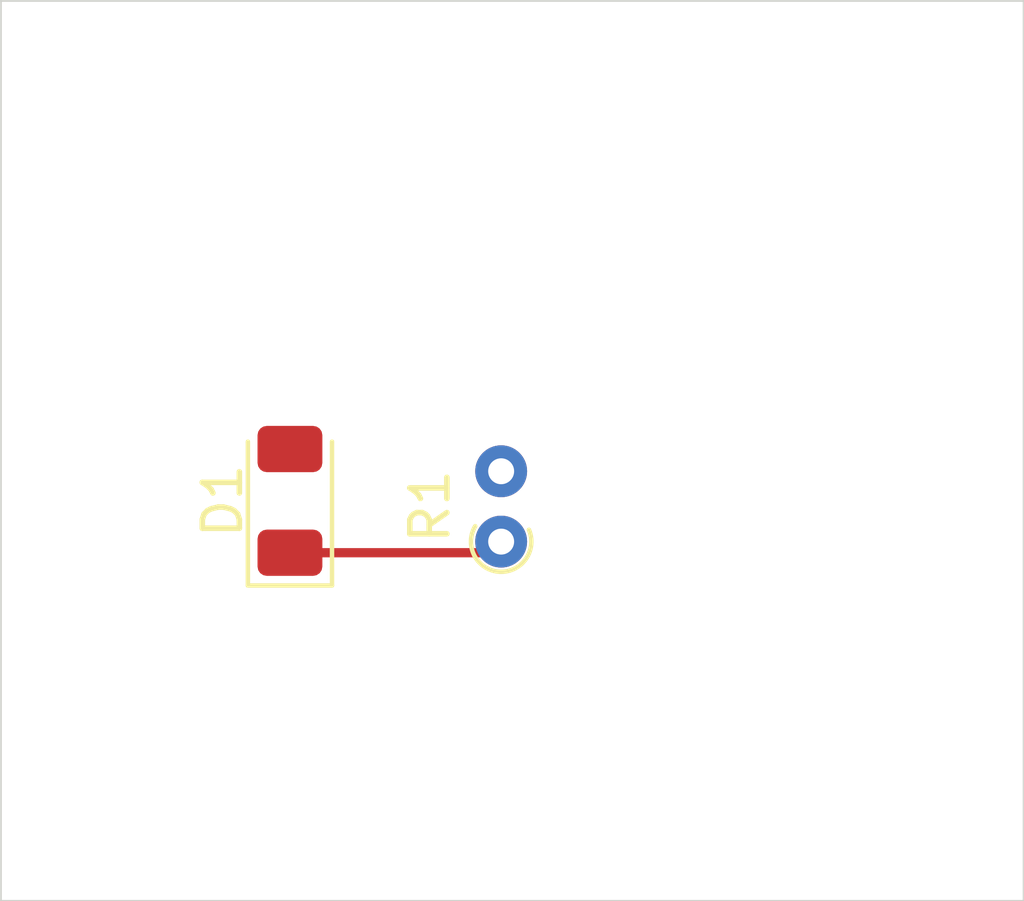
<source format=kicad_pcb>
(kicad_pcb (version 20171130) (host pcbnew 5.1.8+dfsg1-1~bpo10+1)

  (general
    (thickness 1.6)
    (drawings 4)
    (tracks 2)
    (zones 0)
    (modules 2)
    (nets 4)
  )

  (page A4)
  (layers
    (0 F.Cu signal)
    (31 B.Cu signal)
    (32 B.Adhes user)
    (33 F.Adhes user)
    (34 B.Paste user)
    (35 F.Paste user)
    (36 B.SilkS user)
    (37 F.SilkS user)
    (38 B.Mask user)
    (39 F.Mask user)
    (40 Dwgs.User user)
    (41 Cmts.User user)
    (42 Eco1.User user)
    (43 Eco2.User user)
    (44 Edge.Cuts user)
    (45 Margin user)
    (46 B.CrtYd user)
    (47 F.CrtYd user)
    (48 B.Fab user)
    (49 F.Fab user)
  )

  (setup
    (last_trace_width 0.25)
    (trace_clearance 0.2)
    (zone_clearance 0.508)
    (zone_45_only no)
    (trace_min 0.2)
    (via_size 0.8)
    (via_drill 0.4)
    (via_min_size 0.4)
    (via_min_drill 0.3)
    (uvia_size 0.3)
    (uvia_drill 0.1)
    (uvias_allowed no)
    (uvia_min_size 0.2)
    (uvia_min_drill 0.1)
    (edge_width 0.05)
    (segment_width 0.2)
    (pcb_text_width 0.3)
    (pcb_text_size 1.5 1.5)
    (mod_edge_width 0.12)
    (mod_text_size 1 1)
    (mod_text_width 0.15)
    (pad_size 1.524 1.524)
    (pad_drill 0.762)
    (pad_to_mask_clearance 0)
    (aux_axis_origin 0 0)
    (visible_elements FFFFFF7F)
    (pcbplotparams
      (layerselection 0x010fc_ffffffff)
      (usegerberextensions false)
      (usegerberattributes true)
      (usegerberadvancedattributes true)
      (creategerberjobfile true)
      (excludeedgelayer true)
      (linewidth 0.100000)
      (plotframeref false)
      (viasonmask false)
      (mode 1)
      (useauxorigin false)
      (hpglpennumber 1)
      (hpglpenspeed 20)
      (hpglpendiameter 15.000000)
      (psnegative false)
      (psa4output false)
      (plotreference true)
      (plotvalue true)
      (plotinvisibletext false)
      (padsonsilk false)
      (subtractmaskfromsilk false)
      (outputformat 1)
      (mirror false)
      (drillshape 1)
      (scaleselection 1)
      (outputdirectory ""))
  )

  (net 0 "")
  (net 1 +5V)
  (net 2 "Net-(D1-Pad1)")
  (net 3 GND)

  (net_class Default "This is the default net class."
    (clearance 0.2)
    (trace_width 0.25)
    (via_dia 0.8)
    (via_drill 0.4)
    (uvia_dia 0.3)
    (uvia_drill 0.1)
    (add_net +5V)
    (add_net GND)
    (add_net "Net-(D1-Pad1)")
  )

  (module Resistor_THT:R_Axial_DIN0204_L3.6mm_D1.6mm_P1.90mm_Vertical (layer F.Cu) (tedit 5AE5139B) (tstamp 5FBE113B)
    (at 157.7 85.2 90)
    (descr "Resistor, Axial_DIN0204 series, Axial, Vertical, pin pitch=1.9mm, 0.167W, length*diameter=3.6*1.6mm^2, http://cdn-reichelt.de/documents/datenblatt/B400/1_4W%23YAG.pdf")
    (tags "Resistor Axial_DIN0204 series Axial Vertical pin pitch 1.9mm 0.167W length 3.6mm diameter 1.6mm")
    (path /5FBDBA5D)
    (fp_text reference R1 (at 0.95 -1.92 90) (layer F.SilkS)
      (effects (font (size 1 1) (thickness 0.15)))
    )
    (fp_text value R (at 0.95 1.92 90) (layer F.Fab)
      (effects (font (size 1 1) (thickness 0.15)))
    )
    (fp_text user %R (at 0.95 -1.92 90) (layer F.Fab)
      (effects (font (size 1 1) (thickness 0.15)))
    )
    (fp_arc (start 0 0) (end 0.417133 -0.7) (angle -233.92106) (layer F.SilkS) (width 0.12))
    (fp_circle (center 0 0) (end 0.8 0) (layer F.Fab) (width 0.1))
    (fp_line (start 0 0) (end 1.9 0) (layer F.Fab) (width 0.1))
    (fp_line (start -1.05 -1.05) (end -1.05 1.05) (layer F.CrtYd) (width 0.05))
    (fp_line (start -1.05 1.05) (end 2.86 1.05) (layer F.CrtYd) (width 0.05))
    (fp_line (start 2.86 1.05) (end 2.86 -1.05) (layer F.CrtYd) (width 0.05))
    (fp_line (start 2.86 -1.05) (end -1.05 -1.05) (layer F.CrtYd) (width 0.05))
    (pad 2 thru_hole oval (at 1.9 0 90) (size 1.4 1.4) (drill 0.7) (layers *.Cu *.Mask)
      (net 3 GND))
    (pad 1 thru_hole circle (at 0 0 90) (size 1.4 1.4) (drill 0.7) (layers *.Cu *.Mask)
      (net 2 "Net-(D1-Pad1)"))
    (model ${KISYS3DMOD}/Resistor_THT.3dshapes/R_Axial_DIN0204_L3.6mm_D1.6mm_P1.90mm_Vertical.wrl
      (at (xyz 0 0 0))
      (scale (xyz 1 1 1))
      (rotate (xyz 0 0 0))
    )
  )

  (module LED_SMD:LED_1206_3216Metric (layer F.Cu) (tedit 5F68FEF1) (tstamp 5FBE112D)
    (at 152 84.1 90)
    (descr "LED SMD 1206 (3216 Metric), square (rectangular) end terminal, IPC_7351 nominal, (Body size source: http://www.tortai-tech.com/upload/download/2011102023233369053.pdf), generated with kicad-footprint-generator")
    (tags LED)
    (path /5FBDC41F)
    (attr smd)
    (fp_text reference D1 (at 0 -1.82 90) (layer F.SilkS)
      (effects (font (size 1 1) (thickness 0.15)))
    )
    (fp_text value LED (at 0 1.82 90) (layer F.Fab)
      (effects (font (size 1 1) (thickness 0.15)))
    )
    (fp_text user %R (at 0 0 90) (layer F.Fab)
      (effects (font (size 0.8 0.8) (thickness 0.12)))
    )
    (fp_line (start 1.6 -0.8) (end -1.2 -0.8) (layer F.Fab) (width 0.1))
    (fp_line (start -1.2 -0.8) (end -1.6 -0.4) (layer F.Fab) (width 0.1))
    (fp_line (start -1.6 -0.4) (end -1.6 0.8) (layer F.Fab) (width 0.1))
    (fp_line (start -1.6 0.8) (end 1.6 0.8) (layer F.Fab) (width 0.1))
    (fp_line (start 1.6 0.8) (end 1.6 -0.8) (layer F.Fab) (width 0.1))
    (fp_line (start 1.6 -1.135) (end -2.285 -1.135) (layer F.SilkS) (width 0.12))
    (fp_line (start -2.285 -1.135) (end -2.285 1.135) (layer F.SilkS) (width 0.12))
    (fp_line (start -2.285 1.135) (end 1.6 1.135) (layer F.SilkS) (width 0.12))
    (fp_line (start -2.28 1.12) (end -2.28 -1.12) (layer F.CrtYd) (width 0.05))
    (fp_line (start -2.28 -1.12) (end 2.28 -1.12) (layer F.CrtYd) (width 0.05))
    (fp_line (start 2.28 -1.12) (end 2.28 1.12) (layer F.CrtYd) (width 0.05))
    (fp_line (start 2.28 1.12) (end -2.28 1.12) (layer F.CrtYd) (width 0.05))
    (pad 2 smd roundrect (at 1.4 0 90) (size 1.25 1.75) (layers F.Cu F.Paste F.Mask) (roundrect_rratio 0.2)
      (net 1 +5V))
    (pad 1 smd roundrect (at -1.4 0 90) (size 1.25 1.75) (layers F.Cu F.Paste F.Mask) (roundrect_rratio 0.2)
      (net 2 "Net-(D1-Pad1)"))
    (model ${KISYS3DMOD}/LED_SMD.3dshapes/LED_1206_3216Metric.wrl
      (at (xyz 0 0 0))
      (scale (xyz 1 1 1))
      (rotate (xyz 0 0 0))
    )
  )

  (gr_line (start 144.2 94.9) (end 144.2 70.6) (layer Edge.Cuts) (width 0.05))
  (gr_line (start 171.8 94.9) (end 144.2 94.9) (layer Edge.Cuts) (width 0.05))
  (gr_line (start 171.8 70.6) (end 171.8 94.9) (layer Edge.Cuts) (width 0.05))
  (gr_line (start 144.2 70.6) (end 171.8 70.6) (layer Edge.Cuts) (width 0.05))

  (segment (start 157.4 85.5) (end 157.7 85.2) (width 0.25) (layer F.Cu) (net 2))
  (segment (start 152 85.5) (end 157.4 85.5) (width 0.25) (layer F.Cu) (net 2))

)

</source>
